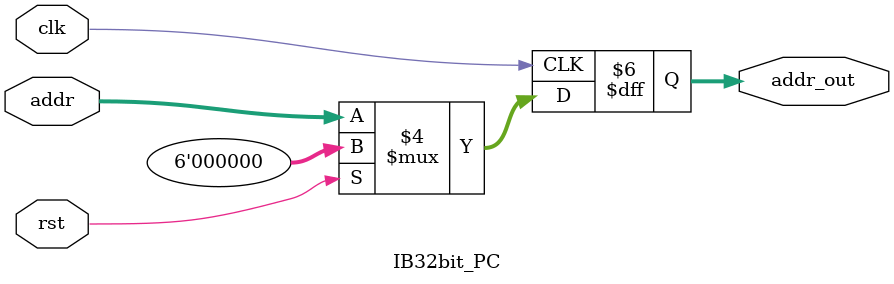
<source format=sv>
`timescale 1ns / 1ps

module IB32bit_PC(addr, clk, addr_out, rst);
    parameter AWIDTH = 6;
    
    input logic [AWIDTH-1:0] addr;
    input clk;
    input rst;
    output logic [AWIDTH-1:0] addr_out;
    
    always_ff@(posedge clk) begin
        if (rst==1) begin
            addr_out <= 0;
        end
        else
            addr_out <= addr;
    end
endmodule

</source>
